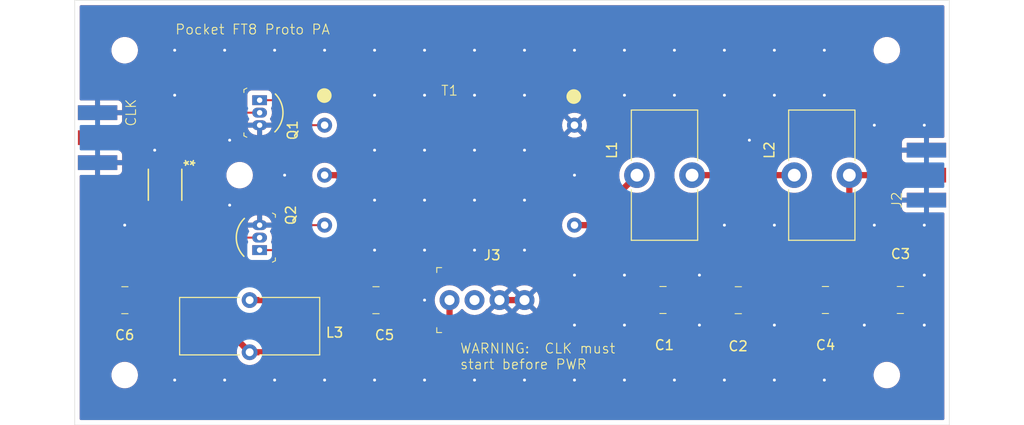
<source format=kicad_pcb>
(kicad_pcb (version 20240108) (generator "pcbnew") (generator_version "8.0")
  (layers (0 "F.Cu" signal) (31 "B.Cu" signal) (34 "B.Paste" user) (35 "F.Paste" user) (36 "B.SilkS" user "B.Silkscreen") (37 "F.SilkS" user "F.Silkscreen") (38 "B.Mask" user) (39 "F.Mask" user) (44 "Edge.Cuts" user))
  (net 0 "")
  (net 1 "+5V")
  (net 2 "GND")
  (net 3 "Net-(T1-S2)")
  (net 4 "Net-(J1-In)")
  (net 5 "Net-(Q1-D)")
  (net 6 "Net-(Q1-G)")
  (net 7 "Net-(Q2-D)")
  (net 8 "Net-(Q2-G)")
  (net 9 "Net-(T1-PM)")
  (net 10 "Net-(C2-Pad1)")
  (net 12 "Net-(J2-out)")
  (footprint "MountingHole:MountingHole_2.2mm_M2" (layer "F.Cu") (at 245.11 114.3)
    (property "Reference" "REF**" (hide yes))
    (property "Value" "MountingHole_2.2mm_M2" (hide yes))
    (pad "" np_thru_hole circle (at 0 0) (size 2.2 2.2) (drill 2.2) (layers "F&B.Cu" "*.Mask"))
  )
  (footprint "SparkFun-Connector:SMA_Edge" (layer "F.Cu") (at 249.13715 93.98 -90)
    (property "Reference" "J2" (at 2.54 3.01115 90) (layer "F.SilkS") (effects (font (thickness 0.1) (bold yes))))
    (property "Value" "OUT" (hide yes))
    (pad "1" smd rect (at 0 0 270) (size 1.5 4) (layers "F.Cu" "F.Mask") (net 12 "Net-(J2-out)"))
    (pad "2" smd rect (at -2.54 0 270) (size 1.5 4) (layers "F.Cu" "F.Mask") (net 2 "GND"))
    (pad "2" smd rect (at -2.54 0 270) (size 1.5 4) (layers "B.Cu" "B.Mask") (net 2 "GND"))
    (pad "2" smd rect (at 2.54 0 270) (size 1.5 4) (layers "F.Cu" "F.Mask") (net 2 "GND"))
    (pad "2" smd rect (at 2.54 0 270) (size 1.5 4) (layers "B.Cu" "B.Mask") (net 2 "GND"))
  )
  (footprint "digikey-footprints:TO-92-3" (layer "F.Cu") (at 181.356 86.36 -90)
    (property "Reference" "Q1" (at 3.048 -3.35 90) (layer "F.SilkS"))
    (property "Value" "BS170" (hide yes))
    (fp_line (start -1.08 1.6) (end -1.23 1.3) (stroke (width 0.1)) (layer "F.SilkS"))
    (fp_line (start -0.78 1.6) (end -1.08 1.6) (stroke (width 0.1)) (layer "F.SilkS"))
    (fp_line (start 3.62 1.6) (end 3.32 1.6) (stroke (width 0.1)) (layer "F.SilkS"))
    (fp_line (start 3.62 1.6) (end 3.77 1.3) (stroke (width 0.1)) (layer "F.SilkS"))
    (fp_arc (start -0.63 -1.6) (mid 1.305355 -2.372361) (end 3.22 -1.55) (stroke (width 0.15)) (layer "F.SilkS"))
    (pad "1" thru_hole rect (at 0 0 90) (size 1 1.5) (drill 0.55) (layers "*.Cu" "*.Mask") (net 5 "Net-(Q1-D)"))
    (pad "2" thru_hole oval (at 1.27 0 90) (size 1 1.5) (drill 0.55) (layers "*.Cu" "*.Mask") (net 6 "Net-(Q1-G)"))
    (pad "3" thru_hole oval (at 2.54 0 90) (size 1 1.5) (drill 0.55) (layers "*.Cu" "*.Mask") (net 2 "GND"))
  )
  (footprint "digikey-footprints:1210" (layer "F.Cu") (at 193.165 106.68 180)
    (property "Reference" "C5" (at -0.891 -3.556 180) (layer "F.SilkS"))
    (property "Value" "1 nF" (hide yes))
    (fp_line (start -0.34 1.36) (end 0.3 1.36) (stroke (width 0.1)) (layer "F.SilkS"))
    (fp_line (start -0.34 -1.38) (end 0.31 -1.38) (stroke (width 0.1)) (layer "F.SilkS"))
    (pad "1" smd rect (at -1.145 0 180) (size 1.52 3.05) (layers "F.Cu" "F.Paste" "F.Mask") (net 2 "GND"))
    (pad "2" smd rect (at 1.145 0 180) (size 1.52 3.05) (layers "F.Cu" "F.Paste" "F.Mask") (net 1 "+5V"))
  )
  (footprint "digikey-footprints:1210" (layer "F.Cu") (at 246.505 106.68)
    (property "Reference" "C3" (at 0 -4.69 0) (layer "F.SilkS"))
    (property "Value" "750 pF" (hide yes))
    (fp_line (start -0.34 -1.38) (end 0.31 -1.38) (stroke (width 0.1)) (layer "F.SilkS"))
    (fp_line (start -0.34 1.36) (end 0.3 1.36) (stroke (width 0.1)) (layer "F.SilkS"))
    (pad "1" smd rect (at -1.145 0) (size 1.52 3.05) (layers "F.Cu" "F.Paste" "F.Mask") (net 12 "Net-(J2-out)"))
    (pad "2" smd rect (at 1.145 0) (size 1.52 3.05) (layers "F.Cu" "F.Paste" "F.Mask") (net 2 "GND"))
  )
  (footprint "digikey-footprints:TO-92-3" (layer "F.Cu") (at 181.356 101.6 90)
    (property "Reference" "Q2" (at 3.556 3.175 90) (layer "F.SilkS"))
    (property "Value" "BS170" (hide yes))
    (fp_line (start 3.62 1.6) (end 3.77 1.3) (stroke (width 0.1)) (layer "F.SilkS"))
    (fp_line (start 3.62 1.6) (end 3.32 1.6) (stroke (width 0.1)) (layer "F.SilkS"))
    (fp_line (start -0.78 1.6) (end -1.08 1.6) (stroke (width 0.1)) (layer "F.SilkS"))
    (fp_line (start -1.08 1.6) (end -1.23 1.3) (stroke (width 0.1)) (layer "F.SilkS"))
    (fp_arc (start -0.63 -1.6) (mid 1.305355 -2.372361) (end 3.22 -1.55) (stroke (width 0.15)) (layer "F.SilkS"))
    (pad "1" thru_hole rect (at 0 0 270) (size 1 1.5) (drill 0.55) (layers "*.Cu" "*.Mask") (net 7 "Net-(Q2-D)"))
    (pad "2" thru_hole oval (at 1.27 0 270) (size 1 1.5) (drill 0.55) (layers "*.Cu" "*.Mask") (net 8 "Net-(Q2-G)"))
    (pad "3" thru_hole oval (at 2.54 0 270) (size 1 1.5) (drill 0.55) (layers "*.Cu" "*.Mask") (net 2 "GND"))
  )
  (footprint "KiCAD:BN43-202" (layer "F.Cu") (at 200.66 93.98)
    (property "Reference" "T1" (at 0 -8.59 0) (layer "F.SilkS") (effects (font (thickness 0.1))))
    (property "Value" "BN43-202" (hide yes))
    (fp_circle (center -12.73 -8.09) (end -12.033437 -8.09) (stroke (width 0.1)) (fill solid) (layer "F.SilkS"))
    (fp_circle (center 12.63 -7.99) (end 13.326563 -7.99) (stroke (width 0.1)) (fill solid) (layer "F.SilkS"))
    (pad "1" thru_hole circle (at -12.7 -5.08) (size 1.524 1.524) (drill 0.762) (layers "*.Cu" "*.Mask") (net 5 "Net-(Q1-D)"))
    (pad "2" thru_hole circle (at -12.7 0) (size 1.524 1.524) (drill 0.762) (layers "*.Cu" "*.Mask") (net 9 "Net-(T1-PM)"))
    (pad "3" thru_hole circle (at -12.7 5.08) (size 1.524 1.524) (drill 0.762) (layers "*.Cu" "*.Mask") (net 7 "Net-(Q2-D)"))
    (pad "4" thru_hole circle (at 12.7 -5.08) (size 1.524 1.524) (drill 0.762) (layers "*.Cu" "*.Mask") (net 2 "GND"))
    (pad "5" thru_hole circle (at 12.7 5.08) (size 1.524 1.524) (drill 0.762) (layers "*.Cu" "*.Mask") (net 3 "Net-(T1-S2)"))
  )
  (footprint "digikey-footprints:PinHeader_1x4_P2.54mm_Drill1.02mm" (layer "F.Cu") (at 200.66 106.68)
    (property "Reference" "J3" (at 4.33 -4.56 0) (layer "F.SilkS"))
    (property "Value" "0022232041" (hide yes))
    (fp_line (start -1.3 -3.3) (end -1.3 -2.8) (stroke (width 0.1)) (layer "F.SilkS"))
    (fp_line (start -1.3 -3.3) (end -0.8 -3.3) (stroke (width 0.1)) (layer "F.SilkS"))
    (fp_line (start -1.3 3.3) (end -1.3 2.8) (stroke (width 0.1)) (layer "F.SilkS"))
    (fp_line (start -1.3 3.3) (end -0.8 3.3) (stroke (width 0.1)) (layer "F.SilkS"))
    (pad "1" thru_hole circle (at 0 0) (size 2.02 2.02) (drill 1.02) (layers "*.Cu" "*.Mask") (net 1 "+5V"))
    (pad "2" thru_hole circle (at 2.54 0) (size 2.02 2.02) (drill 1.02) (layers "*.Cu" "*.Mask"))
    (pad "3" thru_hole circle (at 5.08 0) (size 2.02 2.02) (drill 1.02) (layers "*.Cu" "*.Mask") (net 2 "GND"))
    (pad "4" thru_hole circle (at 7.62 0) (size 2.02 2.02) (drill 1.02) (layers "*.Cu" "*.Mask") (net 2 "GND"))
  )
  (footprint "Inductor_THT:L_Toroid_Vertical_L13.0mm_W6.5mm_P5.60mm" (layer "F.Cu") (at 219.71 93.98 90)
    (property "Reference" "L1" (at 2.54 -2.55 90) (layer "F.SilkS"))
    (property "Value" "1.3 uH" (hide yes))
    (fp_line (start 6.62 -0.57) (end 6.62 6.17) (stroke (width 0.12)) (layer "F.SilkS"))
    (fp_line (start 1.478 -0.57) (end 6.62 -0.57) (stroke (width 0.12)) (layer "F.SilkS"))
    (fp_line (start -6.62 -0.57) (end -1.478 -0.57) (stroke (width 0.12)) (layer "F.SilkS"))
    (fp_line (start -6.62 -0.57) (end -6.62 6.17) (stroke (width 0.12)) (layer "F.SilkS"))
    (fp_line (start 1.478 6.17) (end 6.62 6.17) (stroke (width 0.12)) (layer "F.SilkS"))
    (fp_line (start -6.62 6.17) (end -1.478 6.17) (stroke (width 0.12)) (layer "F.SilkS"))
    (pad "1" thru_hole circle (at 0 0 90) (size 2.6 2.6) (drill 1.3) (layers "*.Cu" "*.Mask") (net 3 "Net-(T1-S2)"))
    (pad "2" thru_hole circle (at 0 5.6 90) (size 2.6 2.6) (drill 1.3) (layers "*.Cu" "*.Mask") (net 10 "Net-(C2-Pad1)"))
  )
  (footprint "MountingHole:MountingHole_2.2mm_M2" (layer "F.Cu") (at 167.64 81.28)
    (property "Reference" "REF**" (hide yes))
    (property "Value" "MountingHole_2.2mm_M2" (hide yes))
    (pad "" np_thru_hole circle (at 0 0) (size 2.2 2.2) (drill 2.2) (layers "F&B.Cu" "*.Mask"))
  )
  (footprint "digikey-footprints:1210" (layer "F.Cu") (at 238.885 106.68)
    (property "Reference" "C4" (at 0 4.572 0) (layer "F.SilkS"))
    (property "Value" "Cx" (hide yes))
    (fp_line (start -0.34 -1.38) (end 0.31 -1.38) (stroke (width 0.1)) (layer "F.SilkS"))
    (fp_line (start -0.34 1.36) (end 0.3 1.36) (stroke (width 0.1)) (layer "F.SilkS"))
    (pad "1" smd rect (at -1.145 0) (size 1.52 3.05) (layers "F.Cu" "F.Paste" "F.Mask") (net 10 "Net-(C2-Pad1)"))
    (pad "2" smd rect (at 1.145 0) (size 1.52 3.05) (layers "F.Cu" "F.Paste" "F.Mask") (net 12 "Net-(J2-out)"))
  )
  (footprint "Inductor_THT:L_Toroid_Vertical_L13.0mm_W6.5mm_P5.60mm" (layer "F.Cu") (at 235.7 93.98 90)
    (property "Reference" "L2" (at 2.54 -2.528 90) (layer "F.SilkS"))
    (property "Value" "1.3 uH" (hide yes))
    (fp_line (start 6.62 -0.57) (end 6.62 6.17) (stroke (width 0.12)) (layer "F.SilkS"))
    (fp_line (start 1.478 -0.57) (end 6.62 -0.57) (stroke (width 0.12)) (layer "F.SilkS"))
    (fp_line (start -6.62 -0.57) (end -1.478 -0.57) (stroke (width 0.12)) (layer "F.SilkS"))
    (fp_line (start -6.62 -0.57) (end -6.62 6.17) (stroke (width 0.12)) (layer "F.SilkS"))
    (fp_line (start 1.478 6.17) (end 6.62 6.17) (stroke (width 0.12)) (layer "F.SilkS"))
    (fp_line (start -6.62 6.17) (end -1.478 6.17) (stroke (width 0.12)) (layer "F.SilkS"))
    (pad "1" thru_hole circle (at 0 0 90) (size 2.6 2.6) (drill 1.3) (layers "*.Cu" "*.Mask") (net 10 "Net-(C2-Pad1)"))
    (pad "2" thru_hole circle (at 0 5.6 90) (size 2.6 2.6) (drill 1.3) (layers "*.Cu" "*.Mask") (net 12 "Net-(J2-out)"))
  )
  (footprint "Inductor_THT:L_Toroid_Vertical_L14.0mm_W5.6mm_P5.30mm_Bourns_5700" (layer "F.Cu") (at 180.34 111.98 180)
    (property "Reference" "L3" (at -8.636 1.998 360) (layer "F.SilkS"))
    (property "Value" "35 uH" (hide yes))
    (fp_line (start 7.12 -0.27) (end 7.12 5.57) (stroke (width 0.12)) (layer "F.SilkS"))
    (fp_line (start 1.037 5.57) (end 7.12 5.57) (stroke (width 0.12)) (layer "F.SilkS"))
    (fp_line (start 1.037 -0.27) (end 7.12 -0.27) (stroke (width 0.12)) (layer "F.SilkS"))
    (fp_line (start -7.12 5.57) (end -1.037 5.57) (stroke (width 0.12)) (layer "F.SilkS"))
    (fp_line (start -7.12 -0.27) (end -1.037 -0.27) (stroke (width 0.12)) (layer "F.SilkS"))
    (fp_line (start -7.12 -0.27) (end -7.12 5.57) (stroke (width 0.12)) (layer "F.SilkS"))
    (pad "1" thru_hole circle (at 0 0 180) (size 1.6 1.6) (drill 0.8) (layers "*.Cu" "*.Mask") (net 1 "+5V"))
    (pad "2" thru_hole circle (at 0 5.3 180) (size 1.6 1.6) (drill 0.8) (layers "*.Cu" "*.Mask") (net 9 "Net-(T1-PM)"))
  )
  (footprint "digikey-footprints:1210" (layer "F.Cu") (at 222.375 106.68)
    (property "Reference" "C1" (at 0.129 4.572 0) (layer "F.SilkS"))
    (property "Value" "750 pF" (hide yes))
    (fp_line (start -0.34 -1.38) (end 0.31 -1.38) (stroke (width 0.1)) (layer "F.SilkS"))
    (fp_line (start -0.34 1.36) (end 0.3 1.36) (stroke (width 0.1)) (layer "F.SilkS"))
    (pad "1" smd rect (at -1.145 0) (size 1.52 3.05) (layers "F.Cu" "F.Paste" "F.Mask") (net 3 "Net-(T1-S2)"))
    (pad "2" smd rect (at 1.145 0) (size 1.52 3.05) (layers "F.Cu" "F.Paste" "F.Mask") (net 2 "GND"))
  )
  (footprint "MountingHole:MountingHole_2.2mm_M2" (layer "F.Cu") (at 245.11 81.28)
    (property "Reference" "REF**" (hide yes))
    (property "Value" "MountingHole_2.2mm_M2" (hide yes))
    (pad "" np_thru_hole circle (at 0 0) (size 2.2 2.2) (drill 2.2) (layers "F&B.Cu" "*.Mask"))
  )
  (footprint "SN74LVC2G86DCTR:DCT8_TEX" (layer "F.Cu") (at 171.745001 94.954999 -90)
    (property "Reference" "U1" (hide yes))
    (property "Value" "SN74LVC2G86DCTR" (hide yes))
    (fp_line (start -1.5748 1.7018) (end 1.5748 1.7018) (stroke (width 0.1524)) (layer "F.SilkS"))
    (fp_line (start 1.5748 -1.7018) (end -1.5748 -1.7018) (stroke (width 0.1524)) (layer "F.SilkS"))
    (fp_text user "*" (at -2.21615 -2.4736 -90) (layer "F.SilkS"))
    (fp_text user "*" (at -2.21615 -2.4736 -90) (layer "F.SilkS"))
    (pad "1" smd rect (at -1.96215 -0.974999 270) (size 1.0287 0.3556) (layers "F.Cu" "F.Paste" "F.Mask") (net 4 "Net-(J1-In)"))
    (pad "2" smd rect (at -1.96215 -0.325001 270) (size 1.0287 0.3556) (layers "F.Cu" "F.Paste" "F.Mask") (net 2 "GND"))
    (pad "3" smd rect (at -1.96215 0.325001 270) (size 1.0287 0.3556) (layers "F.Cu" "F.Paste" "F.Mask") (net 6 "Net-(Q1-G)"))
    (pad "4" smd rect (at -1.96215 0.974999 270) (size 1.0287 0.3556) (layers "F.Cu" "F.Paste" "F.Mask") (net 2 "GND"))
    (pad "5" smd rect (at 1.96215 0.974999 270) (size 1.0287 0.3556) (layers "F.Cu" "F.Paste" "F.Mask") (net 4 "Net-(J1-In)"))
    (pad "6" smd rect (at 1.96215 0.325001 270) (size 1.0287 0.3556) (layers "F.Cu" "F.Paste" "F.Mask") (net 1 "+5V"))
    (pad "7" smd rect (at 1.96215 -0.325001 270) (size 1.0287 0.3556) (layers "F.Cu" "F.Paste" "F.Mask") (net 8 "Net-(Q2-G)"))
    (pad "8" smd rect (at 1.96215 -0.974999 270) (size 1.0287 0.3556) (layers "F.Cu" "F.Paste" "F.Mask") (net 1 "+5V"))
  )
  (footprint "MountingHole:MountingHole_2.2mm_M2" (layer "F.Cu") (at 179.324 93.98)
    (property "Reference" "REF**" (hide yes))
    (property "Value" "MountingHole_2.2mm_M2" (hide yes))
    (pad "" np_thru_hole circle (at 0 0) (size 2.2 2.2) (drill 2.2) (layers "*.Cu" "*.Mask"))
  )
  (footprint "digikey-footprints:1210" (layer "F.Cu") (at 167.64 106.68 180)
    (property "Reference" "C6" (at 0 -3.556 180) (layer "F.SilkS"))
    (property "Value" "0.1uF" (hide yes))
    (fp_line (start -0.34 1.36) (end 0.3 1.36) (stroke (width 0.1)) (layer "F.SilkS"))
    (fp_line (start -0.34 -1.38) (end 0.31 -1.38) (stroke (width 0.1)) (layer "F.SilkS"))
    (pad "1" smd rect (at -1.145 0 180) (size 1.52 3.05) (layers "F.Cu" "F.Paste" "F.Mask") (net 1 "+5V"))
    (pad "2" smd rect (at 1.145 0 180) (size 1.52 3.05) (layers "F.Cu" "F.Paste" "F.Mask") (net 2 "GND"))
  )
  (footprint "SparkFun-Connector:SMA_Edge" (layer "F.Cu") (at 164.88285 90.17 90)
    (property "Reference" "J1")
    (property "Value" "CLK" (at 2.54 3.4 90) (layer "F.SilkS") (effects (font (thickness 0.1) (bold yes))))
    (pad "1" smd rect (at 0 0 90) (size 1.5 4) (layers "F.Cu" "F.Mask") (net 4 "Net-(J1-In)"))
    (pad "2" smd rect (at -2.54 0 90) (size 1.5 4) (layers "F.Cu" "F.Mask") (net 2 "GND"))
    (pad "2" smd rect (at -2.54 0 90) (size 1.5 4) (layers "B.Cu" "B.Mask") (net 2 "GND"))
    (pad "2" smd rect (at 2.54 0 90) (size 1.5 4) (layers "F.Cu" "F.Mask") (net 2 "GND"))
    (pad "2" smd rect (at 2.54 0 90) (size 1.5 4) (layers "B.Cu" "B.Mask") (net 2 "GND"))
  )
  (footprint "MountingHole:MountingHole_2.2mm_M2" (layer "F.Cu") (at 167.64 114.3)
    (property "Reference" "REF**" (hide yes))
    (property "Value" "MountingHole_2.2mm_M2" (hide yes))
    (pad "" np_thru_hole circle (at 0 0) (size 2.2 2.2) (drill 2.2) (layers "F&B.Cu" "*.Mask"))
  )
  (footprint "digikey-footprints:1210" (layer "F.Cu") (at 229.995 106.68 180)
    (property "Reference" "C2" (at 0 -4.69 180) (layer "F.SilkS"))
    (property "Value" "1100 pF" (hide yes))
    (fp_line (start -0.34 1.36) (end 0.3 1.36) (stroke (width 0.1)) (layer "F.SilkS"))
    (fp_line (start -0.34 -1.38) (end 0.31 -1.38) (stroke (width 0.1)) (layer "F.SilkS"))
    (pad "1" smd rect (at -1.145 0 180) (size 1.52 3.05) (layers "F.Cu" "F.Paste" "F.Mask") (net 10 "Net-(C2-Pad1)"))
    (pad "2" smd rect (at 1.145 0 180) (size 1.52 3.05) (layers "F.Cu" "F.Paste" "F.Mask") (net 2 "GND"))
  )
  (gr_rect (start 162.56 76.2) (end 251.46 119.38) (stroke (width 0.05)) (fill none) (layer "Edge.Cuts"))
  (gr_text "WARNING:  CLK must\nstart before PWR" (at 201.676 113.792 0) (layer "F.SilkS") (effects (font (size 1 1) (thickness 0.1)) (justify left bottom)))
  (gr_text "Pocket FT8 Proto PA" (at 172.72 79.756 0) (layer "F.SilkS") (effects (font (size 1 1) (thickness 0.1)) (justify left bottom)))
  (segment (start 198.374 112.014) (end 192.02 112.014) (width 0.635) (layer "F.Cu") (net 1))
  (segment (start 172.72 109.22) (end 176.53 109.22) (width 0.635) (layer "F.Cu") (net 1))
  (segment (start 170.18 106.68) (end 170.815 107.315) (width 0.635) (layer "F.Cu") (net 1))
  (segment (start 172.72 105.41) (end 170.815 107.315) (width 0.2) (layer "F.Cu") (net 1))
  (segment (start 192.02 106.68) (end 192.02 112.014) (width 0.635) (layer "F.Cu") (net 1))
  (segment (start 172.72 99.06) (end 172.72 105.41) (width 0.2) (layer "F.Cu") (net 1))
  (segment (start 180.34 111.98) (end 177.58 109.22) (width 0.635) (layer "F.Cu") (net 1))
  (segment (start 172.72 96.917149) (end 172.72 99.06) (width 0.2) (layer "F.Cu") (net 1))
  (segment (start 192.02 112.014) (end 191.986 111.98) (width 0.635) (layer "F.Cu") (net 1))
  (segment (start 200.66 109.728) (end 198.374 112.014) (width 0.635) (layer "F.Cu") (net 1))
  (segment (start 172.085 99.06) (end 172.72 99.06) (width 0.2) (layer "F.Cu") (net 1))
  (segment (start 168.785 106.68) (end 170.18 106.68) (width 0.635) (layer "F.Cu") (net 1))
  (segment (start 177.58 109.22) (end 176.53 109.22) (width 0.635) (layer "F.Cu") (net 1))
  (segment (start 171.42 96.917149) (end 171.42 98.395) (width 0.2) (layer "F.Cu") (net 1))
  (segment (start 191.986 111.98) (end 180.34 111.98) (width 0.635) (layer "F.Cu") (net 1))
  (segment (start 170.815 107.315) (end 172.72 109.22) (width 0.635) (layer "F.Cu") (net 1))
  (segment (start 200.66 106.68) (end 200.66 109.728) (width 0.635) (layer "F.Cu") (net 1))
  (segment (start 171.42 98.395) (end 172.085 99.06) (width 0.2) (layer "F.Cu") (net 1))
  (segment (start 205.74 106.68) (end 208.28 106.68) (width 0.635) (layer "F.Cu") (net 2))
  (segment (start 172.070002 92.992849) (end 172.070002 91.806002) (width 0.2) (layer "F.Cu") (net 2))
  (segment (start 172.070002 91.806002) (end 171.958 91.694) (width 0.2) (layer "F.Cu") (net 2))
  (via (at 208.28 91.44) (size 0.6) (drill 0.3) (layers "F.Cu" "B.Cu") (net 2))
  (via (at 182.88 114.808) (size 0.6) (drill 0.3) (layers "F.Cu" "B.Cu") (net 2))
  (via (at 208.28 81.28) (size 0.6) (drill 0.3) (layers "F.Cu" "B.Cu") (net 2))
  (via (at 218.44 109.22) (size 0.6) (drill 0.3) (layers "F.Cu" "B.Cu") (net 2))
  (via (at 203.2 101.6) (size 0.6) (drill 0.3) (layers "F.Cu" "B.Cu") (net 2))
  (via (at 198.12 106.68) (size 0.6) (drill 0.3) (layers "F.Cu" "B.Cu") (net 2))
  (via (at 228.6 99.06) (size 0.6) (drill 0.3) (layers "F.Cu" "B.Cu") (net 2))
  (via (at 243.84 88.9) (size 0.6) (drill 0.3) (layers "F.Cu" "B.Cu") (net 2))
  (via (at 208.28 114.808) (size 0.6) (drill 0.3) (layers "F.Cu" "B.Cu") (net 2))
  (via (at 213.36 81.28) (size 0.6) (drill 0.3) (layers "F.Cu" "B.Cu") (net 2))
  (via (at 233.68 114.808) (size 0.6) (drill 0.3) (layers "F.Cu" "B.Cu") (net 2))
  (via (at 233.68 109.22) (size 0.6) (drill 0.3) (layers "F.Cu" "B.Cu") (net 2))
  (via (at 172.72 81.28) (size 0.6) (drill 0.3) (layers "F.Cu" "B.Cu") (net 2))
  (via (at 248.92 109.22) (size 0.6) (drill 0.3) (layers "F.Cu" "B.Cu") (net 2))
  (via (at 233.68 81.28) (size 0.6) (drill 0.3) (layers "F.Cu" "B.Cu") (net 2))
  (via (at 233.68 85.852) (size 0.6) (drill 0.3) (layers "F.Cu" "B.Cu") (net 2))
  (via (at 198.12 85.852) (size 0.6) (drill 0.3) (layers "F.Cu" "B.Cu") (net 2))
  (via (at 218.44 114.808) (size 0.6) (drill 0.3) (layers "F.Cu" "B.Cu") (net 2))
  (via (at 178.308 97.028) (size 0.6) (drill 0.3) (layers "F.Cu" "B.Cu") (net 2))
  (via (at 198.12 101.6) (size 0.6) (drill 0.3) (layers "F.Cu" "B.Cu") (net 2))
  (via (at 213.36 109.22) (size 0.6) (drill 0.3) (layers "F.Cu" "B.Cu") (net 2))
  (via (at 178.308 90.424) (size 0.6) (drill 0.3) (layers "F.Cu" "B.Cu") (net 2))
  (via (at 231.14 90.424) (size 0.6) (drill 0.3) (layers "F.Cu" "B.Cu") (net 2))
  (via (at 198.12 81.28) (size 0.6) (drill 0.3) (layers "F.Cu" "B.Cu") (net 2))
  (via (at 226.06 109.22) (size 0.6) (drill 0.3) (layers "F.Cu" "B.Cu") (net 2))
  (via (at 226.06 104.14) (size 0.6) (drill 0.3) (layers "F.Cu" "B.Cu") (net 2))
  (via (at 193.04 101.6) (size 0.6) (drill 0.3) (layers "F.Cu" "B.Cu") (net 2))
  (via (at 208.28 101.6) (size 0.6) (drill 0.3) (layers "F.Cu" "B.Cu") (net 2))
  (via (at 208.28 85.852) (size 0.6) (drill 0.3) (layers "F.Cu" "B.Cu") (net 2))
  (via (at 203.2 85.852) (size 0.6) (drill 0.3) (layers "F.Cu" "B.Cu") (net 2))
  (via (at 213.36 93.98) (size 0.6) (drill 0.3) (layers "F.Cu" "B.Cu") (net 2))
  (via (at 198.12 96.52) (size 0.6) (drill 0.3) (layers "F.Cu" "B.Cu") (net 2))
  (via (at 193.04 114.808) (size 0.6) (drill 0.3) (layers "F.Cu" "B.Cu") (net 2))
  (via (at 198.12 114.808) (size 0.6) (drill 0.3) (layers "F.Cu" "B.Cu") (net 2))
  (via (at 238.76 114.808) (size 0.6) (drill 0.3) (layers "F.Cu" "B.Cu") (net 2))
  (via (at 218.44 104.14) (size 0.6) (drill 0.3) (layers "F.Cu" "B.Cu") (net 2))
  (via (at 177.8 81.28) (size 0.6) (drill 0.3) (layers "F.Cu" "B.Cu") (net 2))
  (via (at 213.36 104.14) (size 0.6) (drill 0.3) (layers "F.Cu" "B.Cu") (net 2))
  (via (at 248.92 88.9) (size 0.6) (drill 0.3) (layers "F.Cu" "B.Cu") (net 2))
  (via (at 228.6 114.808) (size 0.6) (drill 0.3) (layers "F.Cu" "B.Cu") (net 2))
  (via (at 208.28 96.52) (size 0.6) (drill 0.3) (layers "F.Cu" "B.Cu") (net 2))
  (via (at 182.88 81.28) (size 0.6) (drill 0.3) (layers "F.Cu" "B.Cu") (net 2))
  (via (at 238.76 85.852) (size 0.6) (drill 0.3) (layers "F.Cu" "B.Cu") (net 2))
  (via (at 193.04 96.52) (size 0.6) (drill 0.3) (layers "F.Cu" "B.Cu") (net 2))
  (via (at 203.2 114.808) (size 0.6) (drill 0.3) (layers "F.Cu" "B.Cu") (net 2))
  (via (at 213.36 114.808) (size 0.6) (drill 0.3) (layers "F.Cu" "B.Cu") (net 2))
  (via (at 218.44 85.852) (size 0.6) (drill 0.3) (layers "F.Cu" "B.Cu") (net 2))
  (via (at 203.2 81.28) (size 0.6) (drill 0.3) (layers "F.Cu" "B.Cu") (net 2))
  (via (at 198.12 91.44) (size 0.6) (drill 0.3) (layers "F.Cu" "B.Cu") (net 2))
  (via (at 233.68 99.06) (size 0.6) (drill 0.3) (layers "F.Cu" "B.Cu") (net 2))
  (via (at 172.72 114.808) (size 0.6) (drill 0.3) (layers "F.Cu" "B.Cu") (net 2))
  (via (at 248.92 104.14) (size 0.6) (drill 0.3) (layers "F.Cu" "B.Cu") (net 2))
  (via (at 167.64 99.06) (size 0.6) (drill 0.3) (layers "F.Cu" "B.Cu") (net 2))
  (via (at 228.6 85.852) (size 0.6) (drill 0.3) (layers "F.Cu" "B.Cu") (net 2))
  (via (at 193.04 91.44) (size 0.6) (drill 0.3) (layers "F.Cu" "B.Cu") (net 2))
  (via (at 248.92 99.06) (size 0.6) (drill 0.3) (layers "F.Cu" "B.Cu") (net 2))
  (via (at 223.52 114.808) (size 0.6) (drill 0.3) (layers "F.Cu" "B.Cu") (net 2))
  (via (at 193.04 85.852) (size 0.6) (drill 0.3) (layers "F.Cu" "B.Cu") (net 2))
  (via (at 242.824 109.22) (size 0.6) (drill 0.3) (layers "F.Cu" "B.Cu") (net 2))
  (via (at 228.6 81.28) (size 0.6) (drill 0.3) (layers "F.Cu" "B.Cu") (net 2))
  (via (at 203.2 91.44) (size 0.6) (drill 0.3) (layers "F.Cu" "B.Cu") (net 2))
  (via (at 187.96 81.28) (size 0.6) (drill 0.3) (layers "F.Cu" "B.Cu") (net 2))
  (via (at 183.896 93.98) (size 0.6) (drill 0.3) (layers "F.Cu" "B.Cu") (net 2))
  (via (at 177.8 114.808) (size 0.6) (drill 0.3) (layers "F.Cu" "B.Cu") (net 2))
  (via (at 223.52 81.28) (size 0.6) (drill 0.3) (layers "F.Cu" "B.Cu") (net 2))
  (via (at 203.2 96.52) (size 0.6) (drill 0.3) (layers "F.Cu" "B.Cu") (net 2))
  (via (at 187.96 114.808) (size 0.6) (drill 0.3) (layers "F.Cu" "B.Cu") (net 2))
  (via (at 170.688 91.44) (size 0.6) (drill 0.3) (layers "F.Cu" "B.Cu") (net 2))
  (via (at 238.76 81.28) (size 0.6) (drill 0.3) (layers "F.Cu" "B.Cu") (net 2))
  (via (at 218.44 81.28) (size 0.6) (drill 0.3) (layers "F.Cu" "B.Cu") (net 2))
  (via (at 223.52 85.852) (size 0.6) (drill 0.3) (layers "F.Cu" "B.Cu") (net 2))
  (via (at 172.72 85.852) (size 0.6) (drill 0.3) (layers "F.Cu" "B.Cu") (net 2))
  (via (at 193.04 81.28) (size 0.6) (drill 0.3) (layers "F.Cu" "B.Cu") (net 2))
  (via (at 243.84 99.06) (size 0.6) (drill 0.3) (layers "F.Cu" "B.Cu") (net 2))
  (segment (start 216.154 99.06) (end 215.646 99.06) (width 0.635) (layer "F.Cu") (net 3))
  (segment (start 221.23 104.144) (end 221.234 104.14) (width 0.635) (layer "F.Cu") (net 3))
  (segment (start 221.23 106.68) (end 221.23 104.144) (width 0.635) (layer "F.Cu") (net 3))
  (segment (start 213.36 99.06) (end 215.646 99.06) (width 0.635) (layer "F.Cu") (net 3))
  (segment (start 215.646 99.06) (end 215.646 98.044) (width 0.635) (layer "F.Cu") (net 3))
  (segment (start 221.234 104.14) (end 216.154 99.06) (width 0.635) (layer "F.Cu") (net 3))
  (segment (start 215.646 98.044) (end 219.71 93.98) (width 0.635) (layer "F.Cu") (net 3))
  (segment (start 164.88285 90.17) (end 163.86685 90.17) (width 0.2) (layer "F.Cu") (net 4))
  (segment (start 170.770002 96.094002) (end 168.91 94.234) (width 0.2) (layer "F.Cu") (net 4))
  (segment (start 172.72 91.44) (end 171.45 90.17) (width 0.2) (layer "F.Cu") (net 4))
  (segment (start 168.91 94.234) (end 168.91 90.17) (width 0.2) (layer "F.Cu") (net 4))
  (segment (start 171.45 90.17) (end 168.91 90.17) (width 0.2) (layer "F.Cu") (net 4))
  (segment (start 168.91 90.17) (end 164.88285 90.17) (width 0.2) (layer "F.Cu") (net 4))
  (segment (start 172.72 92.992849) (end 172.72 91.44) (width 0.2) (layer "F.Cu") (net 4))
  (segment (start 170.770002 96.917149) (end 170.770002 96.094002) (width 0.2) (layer "F.Cu") (net 4))
  (segment (start 181.356 86.36) (end 184.15 86.36) (width 0.2) (layer "F.Cu") (net 5))
  (segment (start 186.69 88.9) (end 187.96 88.9) (width 0.2) (layer "F.Cu") (net 5))
  (segment (start 184.15 86.36) (end 186.69 88.9) (width 0.2) (layer "F.Cu") (net 5))
  (segment (start 175.895 93.345) (end 175.26 93.98) (width 0.2) (layer "F.Cu") (net 6))
  (segment (start 171.692801 93.98) (end 171.42 93.707199) (width 0.2) (layer "F.Cu") (net 6))
  (segment (start 175.26 93.98) (end 171.692801 93.98) (width 0.2) (layer "F.Cu") (net 6))
  (segment (start 171.42 93.707199) (end 171.42 92.992849) (width 0.2) (layer "F.Cu") (net 6))
  (segment (start 175.895 90.17) (end 175.895 93.345) (width 0.2) (layer "F.Cu") (net 6))
  (segment (start 178.435 87.63) (end 175.895 90.17) (width 0.2) (layer "F.Cu") (net 6))
  (segment (start 181.356 87.63) (end 178.435 87.63) (width 0.2) (layer "F.Cu") (net 6))
  (segment (start 184.15 101.6) (end 186.69 99.06) (width 0.2) (layer "F.Cu") (net 7))
  (segment (start 186.69 99.06) (end 187.96 99.06) (width 0.2) (layer "F.Cu") (net 7))
  (segment (start 181.356 101.6) (end 184.15 101.6) (width 0.2) (layer "F.Cu") (net 7))
  (segment (start 177.8 100.33) (end 175.895 98.425) (width 0.2) (layer "F.Cu") (net 8))
  (segment (start 175.895 98.425) (end 175.895 96.52) (width 0.2) (layer "F.Cu") (net 8))
  (segment (start 181.356 100.33) (end 177.8 100.33) (width 0.2) (layer "F.Cu") (net 8))
  (segment (start 172.070002 96.202799) (end 172.070002 96.917149) (width 0.2) (layer "F.Cu") (net 8))
  (segment (start 175.895 96.52) (end 175.26 95.885) (width 0.2) (layer "F.Cu") (net 8))
  (segment (start 175.26 95.885) (end 172.387801 95.885) (width 0.2) (layer "F.Cu") (net 8))
  (segment (start 172.387801 95.885) (end 172.070002 96.202799) (width 0.2) (layer "F.Cu") (net 8))
  (segment (start 187.96 93.98) (end 189.23 93.98) (width 0.635) (layer "F.Cu") (net 9))
  (segment (start 187.96 106.68) (end 189.865 104.775) (width 0.635) (layer "F.Cu") (net 9))
  (segment (start 180.34 106.68) (end 187.96 106.68) (width 0.635) (layer "F.Cu") (net 9))
  (segment (start 189.23 93.98) (end 189.865 94.615) (width 0.635) (layer "F.Cu") (net 9))
  (segment (start 189.865 94.615) (end 189.865 104.775) (width 0.635) (layer "F.Cu") (net 9))
  (segment (start 231.14 103.632) (end 231.14 93.98) (width 0.635) (layer "F.Cu") (net 10))
  (segment (start 237.74 106.68) (end 237.74 104.398) (width 0.635) (layer "F.Cu") (net 10))
  (segment (start 231.14 106.68) (end 231.14 103.632) (width 0.635) (layer "F.Cu") (net 10))
  (segment (start 225.31 93.98) (end 231.14 93.98) (width 0.635) (layer "F.Cu") (net 10))
  (segment (start 231.14 93.98) (end 235.7 93.98) (width 0.635) (layer "F.Cu") (net 10))
  (segment (start 236.982 103.632) (end 231.14 103.632) (width 0.635) (layer "F.Cu") (net 10))
  (segment (start 237.74 104.398) (end 237.744 104.394) (width 0.635) (layer "F.Cu") (net 10))
  (segment (start 237.744 104.394) (end 236.982 103.632) (width 0.635) (layer "F.Cu") (net 10))
  (segment (start 241.3 93.98) (end 241.3 103.632) (width 0.635) (layer "F.Cu") (net 12))
  (segment (start 240.03 104.902) (end 240.03 106.68) (width 0.635) (layer "F.Cu") (net 12))
  (segment (start 245.364 104.902) (end 244.094 103.632) (width 0.635) (layer "F.Cu") (net 12))
  (segment (start 245.36 104.906) (end 245.364 104.902) (width 0.635) (layer "F.Cu") (net 12))
  (segment (start 241.3 93.98) (end 248.88315 93.98) (width 0.635) (layer "F.Cu") (net 12))
  (segment (start 244.094 103.632) (end 241.3 103.632) (width 0.635) (layer "F.Cu") (net 12))
  (segment (start 241.3 103.632) (end 240.03 104.902) (width 0.635) (layer "F.Cu") (net 12))
  (segment (start 245.36 106.68) (end 245.36 104.906) (width 0.635) (layer "F.Cu") (net 12))
  (zone (net 2) (net_name "GND") (layer "F.Cu") (name "GND") (priority 4) (connect_pads (clearance 0.5)) (min_thickness 0.25) (fill yes (thermal_gap 0.5) (thermal_bridge_width 0.5))
    (polygon (pts (xy 163.068 76.708) (xy 163.068 118.872) (xy 250.952 118.872) (xy 250.952 76.708)))
  )
  (zone (net 2) (net_name "GND") (layer "B.Cu") (name "GND") (priority 5) (connect_pads (clearance 0.5)) (min_thickness 0.25) (fill yes (thermal_gap 0.5) (thermal_bridge_width 0.5))
    (polygon (pts (xy 163.068 76.708) (xy 163.068 118.872) (xy 250.952 118.872) (xy 250.952 76.708)))
  )
)
</source>
